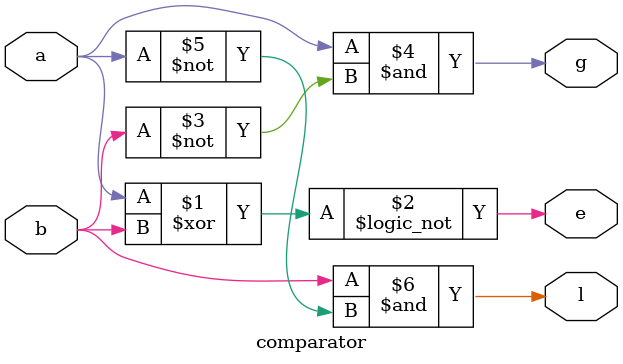
<source format=v>
module comparator(
    input a,b,
    output e,g,l 
    );
   assign e = !(a^b); // e = equal to
   assign g = a & ~b; // g = greater than
   assign l = b & ~a; // l = less than
endmodule

</source>
